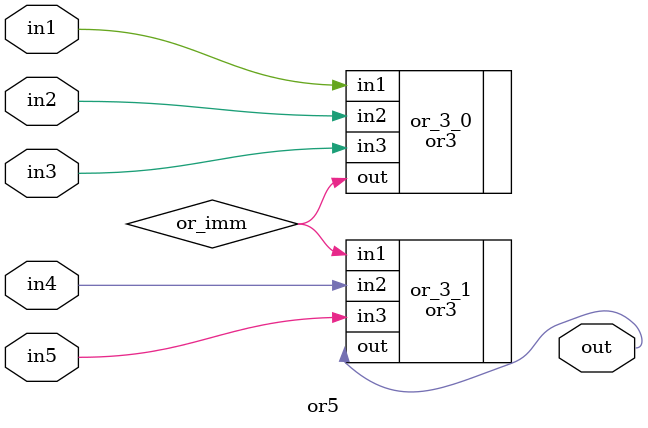
<source format=v>
/*
    CS/ECE 552 Spring '23
    Homework #1, Problem 2

    5 input OR
*/
`default_nettype none
module or5 (out,in1,in2,in3,in4,in5);
    output wire out;
    input wire in1,in2,in3,in4,in5;
	
	wire or_imm;
	or3 or_3_0(.in1(in1), .in2(in2), .in3(in3), .out(or_imm));
	or3 or_3_1(.out(out), .in1(or_imm), .in2(in4), .in3(in5));
	
endmodule
`default_nettype wire

</source>
